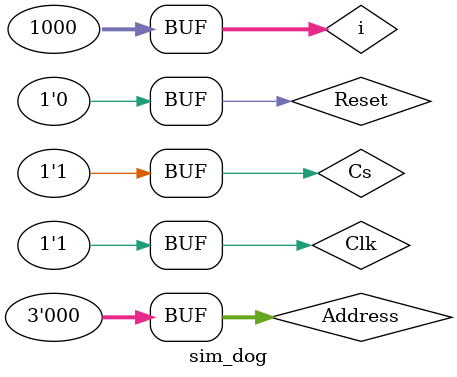
<source format=v>
`timescale 1ns / 1ps


module sim_dog(
    );
    reg Clk;
    reg Reset;
    reg Cs;
    reg Iow;
    reg [2:0] Address;
    wire RESET;
    integer i=0;
    Dog dog(Clk,Reset,Iow,Cs,Address,RESET);
    always
    begin
        Reset=0;
        Cs=1;
        Address=0;
        Clk=0;
        #5;
        Clk=1;
        #5;
       for(i=0;i<1000;i=i+1)
       begin
        Clk=0;
        #5;
        Clk=1;
        #5;
      end 
        
    end
    
endmodule

</source>
